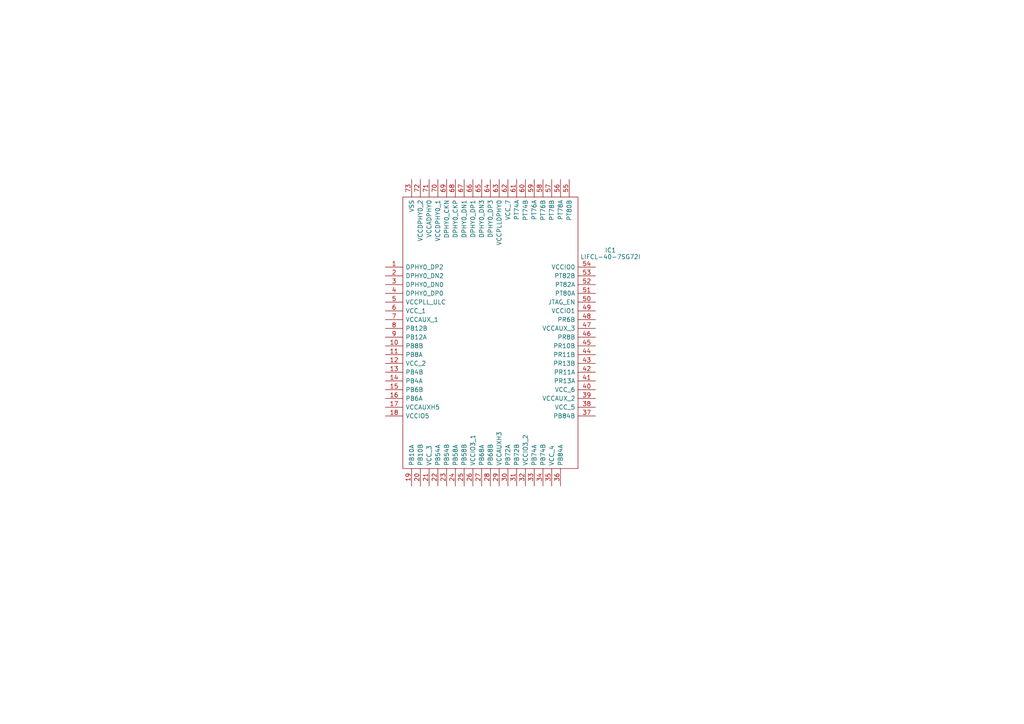
<source format=kicad_sch>
(kicad_sch (version 20230121) (generator eeschema)

  (uuid b9ae8e25-22d1-40b0-bcd9-2c743718eead)

  (paper "A4")

  (title_block
    (title "OpenHT - open source SDR handheld")
    (date "2023-02-17")
    (rev "A")
    (company "M17 Project")
    (comment 1 "Authors: Wojciech SP5WWP, Leo Hofer")
  )

  (lib_symbols
    (symbol "LIFCL-40:LIFCL-40-7SG72I" (pin_names (offset 0.762)) (in_bom yes) (on_board yes)
      (property "Reference" "IC" (at 57.15 25.4 0)
        (effects (font (size 1.27 1.27)) (justify left))
      )
      (property "Value" "LIFCL-40-7SG72I" (at 57.15 22.86 0)
        (effects (font (size 1.27 1.27)) (justify left))
      )
      (property "Footprint" "QFN50P1000X1000X90-73N-D" (at 57.15 20.32 0)
        (effects (font (size 1.27 1.27)) (justify left) hide)
      )
      (property "Datasheet" "https://www.latticesemi.com/Products/FPGAandCPLD/CrossLink-NX" (at 57.15 17.78 0)
        (effects (font (size 1.27 1.27)) (justify left) hide)
      )
      (property "Description" "Embedded Vision and Processing FPGA" (at 57.15 15.24 0)
        (effects (font (size 1.27 1.27)) (justify left) hide)
      )
      (property "Height" "0.9" (at 57.15 12.7 0)
        (effects (font (size 1.27 1.27)) (justify left) hide)
      )
      (property "Manufacturer_Name" "Lattice Semiconductor" (at 57.15 10.16 0)
        (effects (font (size 1.27 1.27)) (justify left) hide)
      )
      (property "Manufacturer_Part_Number" "LIFCL-40-7SG72I" (at 57.15 7.62 0)
        (effects (font (size 1.27 1.27)) (justify left) hide)
      )
      (property "Mouser Part Number" "842-LIFCL-40-7SG72I" (at 57.15 5.08 0)
        (effects (font (size 1.27 1.27)) (justify left) hide)
      )
      (property "Mouser Price/Stock" "https://www.mouser.co.uk/ProductDetail/Lattice/LIFCL-40-7SG72I?qs=GedFDFLaBXHQVWwJ4gqXGQ%3D%3D" (at 57.15 2.54 0)
        (effects (font (size 1.27 1.27)) (justify left) hide)
      )
      (property "Arrow Part Number" "" (at 57.15 0 0)
        (effects (font (size 1.27 1.27)) (justify left) hide)
      )
      (property "Arrow Price/Stock" "" (at 57.15 -2.54 0)
        (effects (font (size 1.27 1.27)) (justify left) hide)
      )
      (property "Mouser Testing Part Number" "" (at 57.15 -5.08 0)
        (effects (font (size 1.27 1.27)) (justify left) hide)
      )
      (property "Mouser Testing Price/Stock" "" (at 57.15 -7.62 0)
        (effects (font (size 1.27 1.27)) (justify left) hide)
      )
      (property "ki_description" "Embedded Vision and Processing FPGA" (at 0 0 0)
        (effects (font (size 1.27 1.27)) hide)
      )
      (symbol "LIFCL-40-7SG72I_0_0"
        (pin passive line (at 0 0 0) (length 5.08)
          (name "DPHY0_DP2" (effects (font (size 1.27 1.27))))
          (number "1" (effects (font (size 1.27 1.27))))
        )
        (pin passive line (at 0 -22.86 0) (length 5.08)
          (name "PB8B" (effects (font (size 1.27 1.27))))
          (number "10" (effects (font (size 1.27 1.27))))
        )
        (pin passive line (at 0 -25.4 0) (length 5.08)
          (name "PB8A" (effects (font (size 1.27 1.27))))
          (number "11" (effects (font (size 1.27 1.27))))
        )
        (pin passive line (at 0 -27.94 0) (length 5.08)
          (name "VCC_2" (effects (font (size 1.27 1.27))))
          (number "12" (effects (font (size 1.27 1.27))))
        )
        (pin passive line (at 0 -30.48 0) (length 5.08)
          (name "PB4B" (effects (font (size 1.27 1.27))))
          (number "13" (effects (font (size 1.27 1.27))))
        )
        (pin passive line (at 0 -33.02 0) (length 5.08)
          (name "PB4A" (effects (font (size 1.27 1.27))))
          (number "14" (effects (font (size 1.27 1.27))))
        )
        (pin passive line (at 0 -35.56 0) (length 5.08)
          (name "PB6B" (effects (font (size 1.27 1.27))))
          (number "15" (effects (font (size 1.27 1.27))))
        )
        (pin passive line (at 0 -38.1 0) (length 5.08)
          (name "PB6A" (effects (font (size 1.27 1.27))))
          (number "16" (effects (font (size 1.27 1.27))))
        )
        (pin passive line (at 0 -40.64 0) (length 5.08)
          (name "VCCAUXH5" (effects (font (size 1.27 1.27))))
          (number "17" (effects (font (size 1.27 1.27))))
        )
        (pin passive line (at 0 -43.18 0) (length 5.08)
          (name "VCCIO5" (effects (font (size 1.27 1.27))))
          (number "18" (effects (font (size 1.27 1.27))))
        )
        (pin passive line (at 7.62 -63.5 90) (length 5.08)
          (name "PB10A" (effects (font (size 1.27 1.27))))
          (number "19" (effects (font (size 1.27 1.27))))
        )
        (pin passive line (at 0 -2.54 0) (length 5.08)
          (name "DPHY0_DN2" (effects (font (size 1.27 1.27))))
          (number "2" (effects (font (size 1.27 1.27))))
        )
        (pin passive line (at 10.16 -63.5 90) (length 5.08)
          (name "PB10B" (effects (font (size 1.27 1.27))))
          (number "20" (effects (font (size 1.27 1.27))))
        )
        (pin passive line (at 12.7 -63.5 90) (length 5.08)
          (name "VCC_3" (effects (font (size 1.27 1.27))))
          (number "21" (effects (font (size 1.27 1.27))))
        )
        (pin passive line (at 15.24 -63.5 90) (length 5.08)
          (name "PB54A" (effects (font (size 1.27 1.27))))
          (number "22" (effects (font (size 1.27 1.27))))
        )
        (pin passive line (at 17.78 -63.5 90) (length 5.08)
          (name "PB54B" (effects (font (size 1.27 1.27))))
          (number "23" (effects (font (size 1.27 1.27))))
        )
        (pin passive line (at 20.32 -63.5 90) (length 5.08)
          (name "PB58A" (effects (font (size 1.27 1.27))))
          (number "24" (effects (font (size 1.27 1.27))))
        )
        (pin passive line (at 22.86 -63.5 90) (length 5.08)
          (name "PB58B" (effects (font (size 1.27 1.27))))
          (number "25" (effects (font (size 1.27 1.27))))
        )
        (pin passive line (at 25.4 -63.5 90) (length 5.08)
          (name "VCCIO3_1" (effects (font (size 1.27 1.27))))
          (number "26" (effects (font (size 1.27 1.27))))
        )
        (pin passive line (at 27.94 -63.5 90) (length 5.08)
          (name "PB68A" (effects (font (size 1.27 1.27))))
          (number "27" (effects (font (size 1.27 1.27))))
        )
        (pin passive line (at 30.48 -63.5 90) (length 5.08)
          (name "PB68B" (effects (font (size 1.27 1.27))))
          (number "28" (effects (font (size 1.27 1.27))))
        )
        (pin passive line (at 33.02 -63.5 90) (length 5.08)
          (name "VCCAUXH3" (effects (font (size 1.27 1.27))))
          (number "29" (effects (font (size 1.27 1.27))))
        )
        (pin passive line (at 0 -5.08 0) (length 5.08)
          (name "DPHY0_DN0" (effects (font (size 1.27 1.27))))
          (number "3" (effects (font (size 1.27 1.27))))
        )
        (pin passive line (at 35.56 -63.5 90) (length 5.08)
          (name "PB72A" (effects (font (size 1.27 1.27))))
          (number "30" (effects (font (size 1.27 1.27))))
        )
        (pin passive line (at 38.1 -63.5 90) (length 5.08)
          (name "PB72B" (effects (font (size 1.27 1.27))))
          (number "31" (effects (font (size 1.27 1.27))))
        )
        (pin passive line (at 40.64 -63.5 90) (length 5.08)
          (name "VCCIO3_2" (effects (font (size 1.27 1.27))))
          (number "32" (effects (font (size 1.27 1.27))))
        )
        (pin passive line (at 43.18 -63.5 90) (length 5.08)
          (name "PB74A" (effects (font (size 1.27 1.27))))
          (number "33" (effects (font (size 1.27 1.27))))
        )
        (pin passive line (at 45.72 -63.5 90) (length 5.08)
          (name "PB74B" (effects (font (size 1.27 1.27))))
          (number "34" (effects (font (size 1.27 1.27))))
        )
        (pin passive line (at 48.26 -63.5 90) (length 5.08)
          (name "VCC_4" (effects (font (size 1.27 1.27))))
          (number "35" (effects (font (size 1.27 1.27))))
        )
        (pin passive line (at 50.8 -63.5 90) (length 5.08)
          (name "PB84A" (effects (font (size 1.27 1.27))))
          (number "36" (effects (font (size 1.27 1.27))))
        )
        (pin passive line (at 60.96 -43.18 180) (length 5.08)
          (name "PB84B" (effects (font (size 1.27 1.27))))
          (number "37" (effects (font (size 1.27 1.27))))
        )
        (pin passive line (at 60.96 -40.64 180) (length 5.08)
          (name "VCC_5" (effects (font (size 1.27 1.27))))
          (number "38" (effects (font (size 1.27 1.27))))
        )
        (pin passive line (at 60.96 -38.1 180) (length 5.08)
          (name "VCCAUX_2" (effects (font (size 1.27 1.27))))
          (number "39" (effects (font (size 1.27 1.27))))
        )
        (pin passive line (at 0 -7.62 0) (length 5.08)
          (name "DPHY0_DP0" (effects (font (size 1.27 1.27))))
          (number "4" (effects (font (size 1.27 1.27))))
        )
        (pin passive line (at 60.96 -35.56 180) (length 5.08)
          (name "VCC_6" (effects (font (size 1.27 1.27))))
          (number "40" (effects (font (size 1.27 1.27))))
        )
        (pin passive line (at 60.96 -33.02 180) (length 5.08)
          (name "PR13A" (effects (font (size 1.27 1.27))))
          (number "41" (effects (font (size 1.27 1.27))))
        )
        (pin passive line (at 60.96 -30.48 180) (length 5.08)
          (name "PR11A" (effects (font (size 1.27 1.27))))
          (number "42" (effects (font (size 1.27 1.27))))
        )
        (pin passive line (at 60.96 -27.94 180) (length 5.08)
          (name "PR13B" (effects (font (size 1.27 1.27))))
          (number "43" (effects (font (size 1.27 1.27))))
        )
        (pin passive line (at 60.96 -25.4 180) (length 5.08)
          (name "PR11B" (effects (font (size 1.27 1.27))))
          (number "44" (effects (font (size 1.27 1.27))))
        )
        (pin passive line (at 60.96 -22.86 180) (length 5.08)
          (name "PR10B" (effects (font (size 1.27 1.27))))
          (number "45" (effects (font (size 1.27 1.27))))
        )
        (pin passive line (at 60.96 -20.32 180) (length 5.08)
          (name "PR8B" (effects (font (size 1.27 1.27))))
          (number "46" (effects (font (size 1.27 1.27))))
        )
        (pin passive line (at 60.96 -17.78 180) (length 5.08)
          (name "VCCAUX_3" (effects (font (size 1.27 1.27))))
          (number "47" (effects (font (size 1.27 1.27))))
        )
        (pin passive line (at 60.96 -15.24 180) (length 5.08)
          (name "PR6B" (effects (font (size 1.27 1.27))))
          (number "48" (effects (font (size 1.27 1.27))))
        )
        (pin passive line (at 60.96 -12.7 180) (length 5.08)
          (name "VCCIO1" (effects (font (size 1.27 1.27))))
          (number "49" (effects (font (size 1.27 1.27))))
        )
        (pin passive line (at 0 -10.16 0) (length 5.08)
          (name "VCCPLL_ULC" (effects (font (size 1.27 1.27))))
          (number "5" (effects (font (size 1.27 1.27))))
        )
        (pin passive line (at 60.96 -10.16 180) (length 5.08)
          (name "JTAG_EN" (effects (font (size 1.27 1.27))))
          (number "50" (effects (font (size 1.27 1.27))))
        )
        (pin passive line (at 60.96 -7.62 180) (length 5.08)
          (name "PT80A" (effects (font (size 1.27 1.27))))
          (number "51" (effects (font (size 1.27 1.27))))
        )
        (pin passive line (at 60.96 -5.08 180) (length 5.08)
          (name "PT82A" (effects (font (size 1.27 1.27))))
          (number "52" (effects (font (size 1.27 1.27))))
        )
        (pin passive line (at 60.96 -2.54 180) (length 5.08)
          (name "PT82B" (effects (font (size 1.27 1.27))))
          (number "53" (effects (font (size 1.27 1.27))))
        )
        (pin passive line (at 60.96 0 180) (length 5.08)
          (name "VCCIO0" (effects (font (size 1.27 1.27))))
          (number "54" (effects (font (size 1.27 1.27))))
        )
        (pin passive line (at 53.34 25.4 270) (length 5.08)
          (name "PT80B" (effects (font (size 1.27 1.27))))
          (number "55" (effects (font (size 1.27 1.27))))
        )
        (pin passive line (at 50.8 25.4 270) (length 5.08)
          (name "PT78A" (effects (font (size 1.27 1.27))))
          (number "56" (effects (font (size 1.27 1.27))))
        )
        (pin passive line (at 48.26 25.4 270) (length 5.08)
          (name "PT78B" (effects (font (size 1.27 1.27))))
          (number "57" (effects (font (size 1.27 1.27))))
        )
        (pin passive line (at 45.72 25.4 270) (length 5.08)
          (name "PT76B" (effects (font (size 1.27 1.27))))
          (number "58" (effects (font (size 1.27 1.27))))
        )
        (pin passive line (at 43.18 25.4 270) (length 5.08)
          (name "PT76A" (effects (font (size 1.27 1.27))))
          (number "59" (effects (font (size 1.27 1.27))))
        )
        (pin passive line (at 0 -12.7 0) (length 5.08)
          (name "VCC_1" (effects (font (size 1.27 1.27))))
          (number "6" (effects (font (size 1.27 1.27))))
        )
        (pin passive line (at 40.64 25.4 270) (length 5.08)
          (name "PT74B" (effects (font (size 1.27 1.27))))
          (number "60" (effects (font (size 1.27 1.27))))
        )
        (pin passive line (at 38.1 25.4 270) (length 5.08)
          (name "PT74A" (effects (font (size 1.27 1.27))))
          (number "61" (effects (font (size 1.27 1.27))))
        )
        (pin passive line (at 35.56 25.4 270) (length 5.08)
          (name "VCC_7" (effects (font (size 1.27 1.27))))
          (number "62" (effects (font (size 1.27 1.27))))
        )
        (pin passive line (at 33.02 25.4 270) (length 5.08)
          (name "VCCPLLDPHY0" (effects (font (size 1.27 1.27))))
          (number "63" (effects (font (size 1.27 1.27))))
        )
        (pin passive line (at 30.48 25.4 270) (length 5.08)
          (name "DPHY0_DP3" (effects (font (size 1.27 1.27))))
          (number "64" (effects (font (size 1.27 1.27))))
        )
        (pin passive line (at 27.94 25.4 270) (length 5.08)
          (name "DPHY0_DN3" (effects (font (size 1.27 1.27))))
          (number "65" (effects (font (size 1.27 1.27))))
        )
        (pin passive line (at 25.4 25.4 270) (length 5.08)
          (name "DPHY0_DP1" (effects (font (size 1.27 1.27))))
          (number "66" (effects (font (size 1.27 1.27))))
        )
        (pin passive line (at 22.86 25.4 270) (length 5.08)
          (name "DPHY0_DN1" (effects (font (size 1.27 1.27))))
          (number "67" (effects (font (size 1.27 1.27))))
        )
        (pin passive line (at 20.32 25.4 270) (length 5.08)
          (name "DPHY0_CKP" (effects (font (size 1.27 1.27))))
          (number "68" (effects (font (size 1.27 1.27))))
        )
        (pin passive line (at 17.78 25.4 270) (length 5.08)
          (name "DPHY0_CKN" (effects (font (size 1.27 1.27))))
          (number "69" (effects (font (size 1.27 1.27))))
        )
        (pin passive line (at 0 -15.24 0) (length 5.08)
          (name "VCCAUX_1" (effects (font (size 1.27 1.27))))
          (number "7" (effects (font (size 1.27 1.27))))
        )
        (pin passive line (at 15.24 25.4 270) (length 5.08)
          (name "VCCDPHY0_1" (effects (font (size 1.27 1.27))))
          (number "70" (effects (font (size 1.27 1.27))))
        )
        (pin passive line (at 12.7 25.4 270) (length 5.08)
          (name "VCCADPHY0" (effects (font (size 1.27 1.27))))
          (number "71" (effects (font (size 1.27 1.27))))
        )
        (pin passive line (at 10.16 25.4 270) (length 5.08)
          (name "VCCDPHY0_2" (effects (font (size 1.27 1.27))))
          (number "72" (effects (font (size 1.27 1.27))))
        )
        (pin passive line (at 7.62 25.4 270) (length 5.08)
          (name "VSS" (effects (font (size 1.27 1.27))))
          (number "73" (effects (font (size 1.27 1.27))))
        )
        (pin passive line (at 0 -17.78 0) (length 5.08)
          (name "PB12B" (effects (font (size 1.27 1.27))))
          (number "8" (effects (font (size 1.27 1.27))))
        )
        (pin passive line (at 0 -20.32 0) (length 5.08)
          (name "PB12A" (effects (font (size 1.27 1.27))))
          (number "9" (effects (font (size 1.27 1.27))))
        )
      )
      (symbol "LIFCL-40-7SG72I_0_1"
        (polyline
          (pts
            (xy 5.08 20.32)
            (xy 55.88 20.32)
            (xy 55.88 -58.42)
            (xy 5.08 -58.42)
            (xy 5.08 20.32)
          )
          (stroke (width 0.1524) (type solid))
          (fill (type none))
        )
      )
    )
  )


  (symbol (lib_id "LIFCL-40:LIFCL-40-7SG72I") (at 111.76 77.47 0) (unit 1)
    (in_bom yes) (on_board yes) (dnp no) (fields_autoplaced)
    (uuid 10e4afa4-90b1-4393-92e6-39c100329c47)
    (property "Reference" "IC1" (at 177.0708 72.5803 0)
      (effects (font (size 1.27 1.27)))
    )
    (property "Value" "LIFCL-40-7SG72I" (at 177.0708 74.5013 0)
      (effects (font (size 1.27 1.27)))
    )
    (property "Footprint" "QFN50P1000X1000X90-73N-D" (at 168.91 57.15 0)
      (effects (font (size 1.27 1.27)) (justify left) hide)
    )
    (property "Datasheet" "https://www.latticesemi.com/Products/FPGAandCPLD/CrossLink-NX" (at 168.91 59.69 0)
      (effects (font (size 1.27 1.27)) (justify left) hide)
    )
    (property "Description" "Embedded Vision and Processing FPGA" (at 168.91 62.23 0)
      (effects (font (size 1.27 1.27)) (justify left) hide)
    )
    (property "Height" "0.9" (at 168.91 64.77 0)
      (effects (font (size 1.27 1.27)) (justify left) hide)
    )
    (property "Manufacturer_Name" "Lattice Semiconductor" (at 168.91 67.31 0)
      (effects (font (size 1.27 1.27)) (justify left) hide)
    )
    (property "Manufacturer_Part_Number" "LIFCL-40-7SG72I" (at 168.91 69.85 0)
      (effects (font (size 1.27 1.27)) (justify left) hide)
    )
    (property "Mouser Part Number" "842-LIFCL-40-7SG72I" (at 168.91 72.39 0)
      (effects (font (size 1.27 1.27)) (justify left) hide)
    )
    (property "Mouser Price/Stock" "https://www.mouser.co.uk/ProductDetail/Lattice/LIFCL-40-7SG72I?qs=GedFDFLaBXHQVWwJ4gqXGQ%3D%3D" (at 168.91 74.93 0)
      (effects (font (size 1.27 1.27)) (justify left) hide)
    )
    (property "Arrow Part Number" "" (at 168.91 77.47 0)
      (effects (font (size 1.27 1.27)) (justify left) hide)
    )
    (property "Arrow Price/Stock" "" (at 168.91 80.01 0)
      (effects (font (size 1.27 1.27)) (justify left) hide)
    )
    (property "Mouser Testing Part Number" "" (at 168.91 82.55 0)
      (effects (font (size 1.27 1.27)) (justify left) hide)
    )
    (property "Mouser Testing Price/Stock" "" (at 168.91 85.09 0)
      (effects (font (size 1.27 1.27)) (justify left) hide)
    )
    (pin "1" (uuid 47b4f0ba-7939-4753-8e72-515c625a40c7))
    (pin "10" (uuid 5e446ac1-78fb-4a46-9bcd-9003b6ab089c))
    (pin "11" (uuid d4173b87-2960-4358-aba1-fceb1fef3d03))
    (pin "12" (uuid 02f77b6b-6cd3-4278-a1bd-7a11d1384e03))
    (pin "13" (uuid c570220b-89c1-4b45-ac0c-1d816259dd2f))
    (pin "14" (uuid 3bd3942f-72a6-46be-bbd3-fe75196be468))
    (pin "15" (uuid 953a8bdb-4121-4c0a-96ad-dc5a035dda7e))
    (pin "16" (uuid 09ce3dc6-baf7-4243-b790-4758eeeb9575))
    (pin "17" (uuid 3719591e-11f4-4cd3-a6f7-1c0d6feac645))
    (pin "18" (uuid f35839ca-2877-4061-9f38-b21cb4603297))
    (pin "19" (uuid 74d42cae-1f33-4662-be54-a1f4269d0410))
    (pin "2" (uuid 0c8f136e-e9d0-4a70-8be4-bb6fc968fcbb))
    (pin "20" (uuid 7da88725-c5df-4606-ae00-12be074c8e9f))
    (pin "21" (uuid 7903a8e7-60da-47fe-830f-5efe8e14ab0f))
    (pin "22" (uuid 5f751eac-6833-48e8-9b26-b80ad33e6e94))
    (pin "23" (uuid 5c62ef7c-52e9-406b-8fda-52863d96ff88))
    (pin "24" (uuid 40f632c5-f37a-47fc-9f97-4fa20b171b2d))
    (pin "25" (uuid dd55fa61-c58b-4e8d-8621-04a4b9bf2111))
    (pin "26" (uuid 29fc1a1f-e51a-4550-9698-1cb05ccb5251))
    (pin "27" (uuid 7d634b8f-ae6c-4189-9709-0bfa8eb62843))
    (pin "28" (uuid 1b7b29f6-8ba2-4a1c-9320-115b1d3b2941))
    (pin "29" (uuid d71ef414-87a7-47b5-a632-9fd75ab92f19))
    (pin "3" (uuid 1d4c21ac-5e57-47a1-ac63-c438513acf2c))
    (pin "30" (uuid 8cfd97f7-fcb9-4128-b128-14fc0275bbca))
    (pin "31" (uuid f16b1340-92ed-4602-babe-297915e9347b))
    (pin "32" (uuid 49430c81-816e-49ee-8c90-3b5833aa656e))
    (pin "33" (uuid dcbb3dd7-a828-4e8f-af15-ca9376b66a8f))
    (pin "34" (uuid 4a38518c-9637-468b-9d0f-1824351ccc00))
    (pin "35" (uuid c16663f0-4aaf-4f6e-a44e-ef828b9fc3fb))
    (pin "36" (uuid 4fb57261-2259-4623-8550-af5a8fa217c4))
    (pin "37" (uuid 31c69c79-9d30-4ab2-8342-0c5d4890ae40))
    (pin "38" (uuid 5b59a4e5-9a5f-46da-a315-dfcefea605fb))
    (pin "39" (uuid 7bcfa0c2-a98e-4fa0-82e5-9425669705ae))
    (pin "4" (uuid bbcacf0c-a7d2-4cd3-a6a1-fb3b2cf31a1e))
    (pin "40" (uuid 1de948cd-50d4-4c80-ba89-e97f9b75a606))
    (pin "41" (uuid 3d901f61-785c-415e-bced-cae6d9b59eb3))
    (pin "42" (uuid 6f399082-79a7-4cb2-8072-2e67cc1c9398))
    (pin "43" (uuid 2e5b3243-e5fb-4552-8df2-f5da0572f42b))
    (pin "44" (uuid 57241ddc-8b1b-4110-9836-8d6cc3ca782f))
    (pin "45" (uuid 48c1958b-b7b2-4a46-b09b-d71b9392e19e))
    (pin "46" (uuid 41027838-1406-4410-a817-8b05b138767d))
    (pin "47" (uuid 4f2fce74-ff0a-40f7-bdc9-857b6d0a18b7))
    (pin "48" (uuid f392c627-8839-4c75-b88c-e13f69f867d5))
    (pin "49" (uuid 04e44060-f5f0-4ae6-aedb-26eb5897ab8f))
    (pin "5" (uuid d94a6ed0-6408-4e1e-8861-ddfac24a3db6))
    (pin "50" (uuid f7d80349-0634-4620-9fa3-458705c3e5db))
    (pin "51" (uuid aab77866-d1ff-4f41-b76c-e615865d3518))
    (pin "52" (uuid c1acec68-fd2e-4c8a-b843-355a32357201))
    (pin "53" (uuid a53e5982-d047-4779-a713-40eb5adeb242))
    (pin "54" (uuid f73e4c11-8dce-456b-9280-546c64ee610c))
    (pin "55" (uuid e6385fd2-1998-45e8-837e-80e30c10a814))
    (pin "56" (uuid 656f178b-6581-4343-b699-e6acb5ea163a))
    (pin "57" (uuid e0637d3f-1035-4af1-9983-e03873cb84fe))
    (pin "58" (uuid 60d00907-a776-4e18-82fb-12599cf31d25))
    (pin "59" (uuid 3f235002-7c8a-4d36-acca-c796af8df048))
    (pin "6" (uuid 24f81f0f-93cc-472b-bedb-8e830a218a9c))
    (pin "60" (uuid 948ccd9f-5cd8-4501-9500-343eb6246264))
    (pin "61" (uuid b87908f1-d8f7-40c2-b23f-1744e7ccaec6))
    (pin "62" (uuid 9ee14c6e-2099-4492-89ae-500c055cdc3b))
    (pin "63" (uuid 12c9b24f-83ae-4e8d-b7bb-d0bca4d04eef))
    (pin "64" (uuid fc125a30-2cf6-46d0-a91a-dbbd5f7e5b5d))
    (pin "65" (uuid 072f9407-393e-419b-8cd4-8c909de8084a))
    (pin "66" (uuid 98e38ea3-cb0a-4959-9b80-1c025f685de4))
    (pin "67" (uuid 4dd4006e-a33d-4492-97a3-c79b9f9da30a))
    (pin "68" (uuid 3316ff5a-6055-419b-903e-7bdc71a65d22))
    (pin "69" (uuid a2827087-5d7e-4ba2-ae93-399a015facde))
    (pin "7" (uuid 60fe4b2d-7e33-4b37-ba18-91288b7156f5))
    (pin "70" (uuid c9ceaad0-bb3c-48d5-bba4-e221a0e4b656))
    (pin "71" (uuid 3321747b-b7d4-4706-bfc3-d2db3ef4f9a5))
    (pin "72" (uuid d78cc1da-b3c8-47d0-aea1-1db509b31868))
    (pin "73" (uuid c47a9d5b-6506-4bd8-ac76-0ac14b938117))
    (pin "8" (uuid 5328e82b-b6d3-4020-947a-05071ec3a619))
    (pin "9" (uuid 150c1c11-f3d2-4673-ae05-adbc2c65b114))
    (instances
      (project "OpenHT-RF"
        (path "/3c300b59-23ec-47f8-bb91-29ca34130bcf/2f3751e7-d003-4d36-b778-c7fcad1ff611"
          (reference "IC1") (unit 1)
        )
      )
    )
  )
)

</source>
